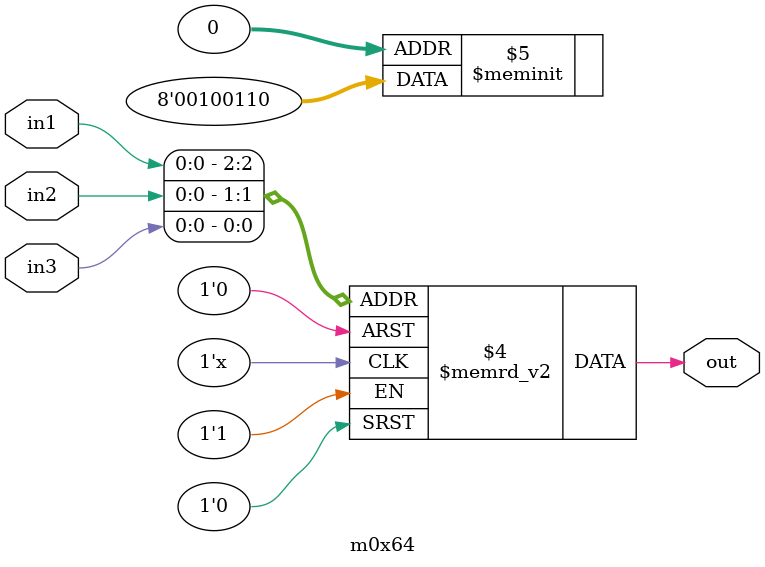
<source format=v>
module m0x64(output out, input in1, in2, in3);

   always @(in1, in2, in3)
     begin
        case({in1, in2, in3})
          3'b000: {out} = 1'b0;
          3'b001: {out} = 1'b1;
          3'b010: {out} = 1'b1;
          3'b011: {out} = 1'b0;
          3'b100: {out} = 1'b0;
          3'b101: {out} = 1'b1;
          3'b110: {out} = 1'b0;
          3'b111: {out} = 1'b0;
        endcase // case ({in1, in2, in3})
     end // always @ (in1, in2, in3)

endmodule // m0x64
</source>
